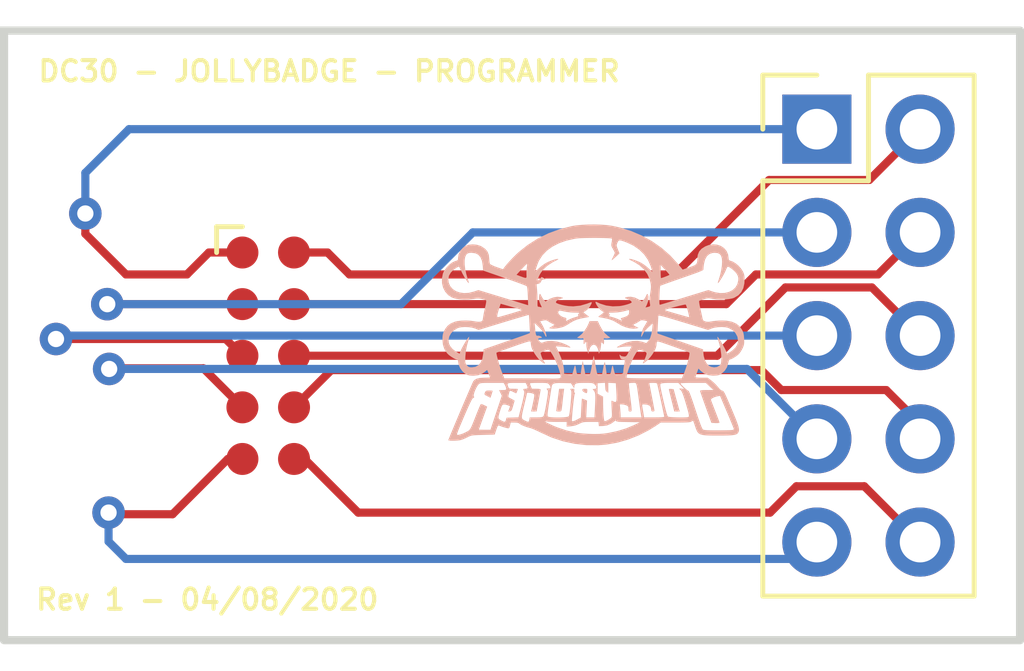
<source format=kicad_pcb>
(kicad_pcb (version 20211014) (generator pcbnew)
  (layers (0 "F.Cu" signal) (31 "B.Cu" signal) (34 "B.Paste" user) (35 "F.Paste" user) (36 "B.SilkS" user "B.Silkscreen") (37 "F.SilkS" user "F.Silkscreen") (38 "B.Mask" user) (39 "F.Mask" user) (44 "Edge.Cuts" user))
  (net 0 "")
  (footprint "Connector_PinHeader_2.54mm:PinHeader_2x05_P2.54mm_Vertical" (layer "F.Cu") (at 120 80.925)
    (fp_text reference " " (at 1.27 -2.33) (layer "F.SilkS"))
    (fp_text value " ")
    (pad "1" thru_hole rect (at 0 0) (size 1.7 1.7) (drill 1) (layers *.Cu *.Mask))
    (pad "2" thru_hole oval (at 2.54 0) (size 1.7 1.7) (drill 1) (layers *.Cu *.Mask))
    (pad "3" thru_hole oval (at 0 2.54) (size 1.7 1.7) (drill 1) (layers *.Cu *.Mask))
    (pad "4" thru_hole oval (at 2.54 2.54) (size 1.7 1.7) (drill 1) (layers *.Cu *.Mask))
    (pad "5" thru_hole oval (at 0 5.08) (size 1.7 1.7) (drill 1) (layers *.Cu *.Mask))
    (pad "6" thru_hole oval (at 2.54 5.08) (size 1.7 1.7) (drill 1) (layers *.Cu *.Mask))
    (pad "7" thru_hole oval (at 0 7.62) (size 1.7 1.7) (drill 1) (layers *.Cu *.Mask))
    (pad "8" thru_hole oval (at 2.54 7.62) (size 1.7 1.7) (drill 1) (layers *.Cu *.Mask))
    (pad "9" thru_hole oval (at 0 10.16) (size 1.7 1.7) (drill 1) (layers *.Cu *.Mask))
    (pad "10" thru_hole oval (at 2.54 10.16) (size 1.7 1.7) (drill 1) (layers *.Cu *.Mask))
  )
  (footprint "Connector:Tag-Connect_TC2050-IDC-FP_2x05_P1.27mm_Vertical" (layer "F.Cu") (at 106.5 86.5 -90)
    (fp_text reference " " (at 0 5 90) (layer "F.SilkS"))
    (fp_text value " ")
    (pad "" np_thru_hole circle (at -3.81 0 270) (size 0.9906 0.9906) (drill 0.9906) (layers *.Cu *.Mask))
    (pad "" np_thru_hole circle (at 3.81 -1.016 270) (size 0.9906 0.9906) (drill 0.9906) (layers *.Cu *.Mask))
    (pad "" np_thru_hole circle (at 1.905 2.54 270) (size 2.3749 2.3749) (drill 2.3749) (layers *.Cu *.Mask))
    (pad "" np_thru_hole circle (at -3.81 2.54 270) (size 2.3749 2.3749) (drill 2.3749) (layers *.Cu *.Mask))
    (pad "" np_thru_hole circle (at -3.81 -2.54 270) (size 2.3749 2.3749) (drill 2.3749) (layers *.Cu *.Mask))
    (pad "" np_thru_hole circle (at 1.905 -2.54 270) (size 2.3749 2.3749) (drill 2.3749) (layers *.Cu *.Mask))
    (pad "" np_thru_hole circle (at 3.81 1.016 270) (size 0.9906 0.9906) (drill 0.9906) (layers *.Cu *.Mask))
    (pad "1" connect circle (at -2.54 0.635 270) (size 0.7874 0.7874) (layers "F.Cu" "F.Mask"))
    (pad "2" connect circle (at -1.27 0.635 270) (size 0.7874 0.7874) (layers "F.Cu" "F.Mask"))
    (pad "3" connect circle (at 0 0.635 270) (size 0.7874 0.7874) (layers "F.Cu" "F.Mask"))
    (pad "4" connect circle (at 1.27 0.635 270) (size 0.7874 0.7874) (layers "F.Cu" "F.Mask"))
    (pad "5" connect circle (at 2.54 0.635 270) (size 0.7874 0.7874) (layers "F.Cu" "F.Mask"))
    (pad "6" connect circle (at 2.54 -0.635 270) (size 0.7874 0.7874) (layers "F.Cu" "F.Mask"))
    (pad "7" connect circle (at 1.27 -0.635 270) (size 0.7874 0.7874) (layers "F.Cu" "F.Mask"))
    (pad "8" connect circle (at 0 -0.635 270) (size 0.7874 0.7874) (layers "F.Cu" "F.Mask"))
    (pad "9" connect circle (at -1.27 -0.635 270) (size 0.7874 0.7874) (layers "F.Cu" "F.Mask"))
    (pad "10" connect circle (at -2.54 -0.635 270) (size 0.7874 0.7874) (layers "F.Cu" "F.Mask"))
  )
  (footprint "Downloads:skull" (layer "B.Cu") (at 114.5 86 180)
    (fp_text reference " " (at 0 4) (layer "B.SilkS") (effects (font (size 1.524 1.524) (thickness 0.3)) (justify mirror)))
    (fp_text value "LOGO" hide)
  )
  (gr_rect (start 100 78.5) (end 125 93.5) (layer "Edge.Cuts") (width 0.2) (fill none))
  (gr_text "Rev 1 - 04/08/2020" (at 105 92.5) (layer "F.SilkS") (effects (font (size 0.5 0.5) (thickness 0.1))))
  (gr_text "DC30 - JOLLYBADGE - PROGRAMMER" (at 108 79.5) (layer "F.SilkS") (effects (font (size 0.5 0.5) (thickness 0.1))))
  (segment (start 105.865 89.04) (end 105.649196 89.04) (width 0.2) (layer "F.Cu") (net 0))
  (segment (start 107.96 83.96) (end 108.5 84.5) (width 0.2) (layer "F.Cu") (net 0))
  (segment (start 105.649196 89.04) (end 105.538361 89.04) (width 0.2) (layer "F.Cu") (net 0))
  (segment (start 121.70591 87.344157) (end 122.54 88.178247) (width 0.2) (layer "F.Cu") (net 0))
  (segment (start 119.496778 89.711699) (end 121.166699 89.711699) (width 0.2) (layer "F.Cu") (net 0))
  (segment (start 107.135 87.77) (end 108.05168 86.85332) (width 0.2) (layer "F.Cu") (net 0))
  (segment (start 104.146603 90.400015) (end 102.674092 90.400015) (width 0.2) (layer "F.Cu") (net 0))
  (segment (start 105.506618 89.04) (end 104.146603 90.400015) (width 0.2) (layer "F.Cu") (net 0))
  (segment (start 105.538285 89.04) (end 105.506618 89.04) (width 0.2) (layer "F.Cu") (net 0))
  (segment (start 117.54677 86.5) (end 119.227609 84.819161) (width 0.2) (layer "F.Cu") (net 0))
  (segment (start 105.601619 89.04) (end 105.538285 89.04) (width 0.2) (layer "F.Cu") (net 0))
  (segment (start 108.714192 90.360872) (end 118.847605 90.360872) (width 0.2) (layer "F.Cu") (net 0))
  (segment (start 122.54 88.178247) (end 122.54 88.545) (width 0.2) (layer "F.Cu") (net 0))
  (segment (start 102.610758 90.400015) (end 102.571174 90.360431) (width 0.2) (layer "F.Cu") (net 0))
  (segment (start 117.77 85.23) (end 118.5 84.5) (width 0.2) (layer "F.Cu") (net 0))
  (segment (start 104.5 84.5) (end 103 84.5) (width 0.2) (layer "F.Cu") (net 0))
  (segment (start 105.865 87.77) (end 104.920026 86.825026) (width 0.2) (layer "F.Cu") (net 0))
  (segment (start 107.39332 89.04) (end 108.714192 90.360872) (width 0.2) (layer "F.Cu") (net 0))
  (segment (start 105.865 83.96) (end 105.04 83.96) (width 0.2) (layer "F.Cu") (net 0))
  (segment (start 121.505 84.5) (end 122.54 83.465) (width 0.2) (layer "F.Cu") (net 0))
  (segment (start 105.865 85.23) (end 102.73 85.23) (width 0.2) (layer "F.Cu") (net 0))
  (segment (start 107.135 85.23) (end 117.77 85.23) (width 0.2) (layer "F.Cu") (net 0))
  (segment (start 121.290027 82.174973) (end 122.54 80.925) (width 0.2) (layer "F.Cu") (net 0))
  (segment (start 103 84.5) (end 102 83.5) (width 0.2) (layer "F.Cu") (net 0))
  (segment (start 102.674092 90.400015) (end 102.610758 90.400015) (width 0.2) (layer "F.Cu") (net 0))
  (segment (start 116.5 84.5) (end 118.825027 82.174973) (width 0.2) (layer "F.Cu") (net 0))
  (segment (start 104.920026 86.825026) (end 104.904193 86.809193) (width 0.2) (layer "F.Cu") (net 0))
  (segment (start 118.847605 90.360872) (end 119.496778 89.711699) (width 0.2) (layer "F.Cu") (net 0))
  (segment (start 102.601595 86.809193) (end 102.585762 86.825026) (width 0.2) (layer "F.Cu") (net 0))
  (segment (start 119.125056 87.344157) (end 121.70591 87.344157) (width 0.2) (layer "F.Cu") (net 0))
  (segment (start 119.227609 84.819161) (end 121.354161 84.819161) (width 0.2) (layer "F.Cu") (net 0))
  (segment (start 107.135 89.04) (end 107.39332 89.04) (width 0.2) (layer "F.Cu") (net 0))
  (segment (start 121.354161 84.819161) (end 122.54 86.005) (width 0.2) (layer "F.Cu") (net 0))
  (segment (start 121.166699 89.711699) (end 122.54 91.085) (width 0.2) (layer "F.Cu") (net 0))
  (segment (start 105.04 83.96) (end 104.5 84.5) (width 0.2) (layer "F.Cu") (net 0))
  (segment (start 102 83.5) (end 102 83) (width 0.2) (layer "F.Cu") (net 0))
  (segment (start 108.05168 86.85332) (end 118.634219 86.85332) (width 0.2) (layer "F.Cu") (net 0))
  (segment (start 102.73 85.23) (end 102.539973 85.23) (width 0.2) (layer "F.Cu") (net 0))
  (segment (start 107.135 83.96) (end 107.96 83.96) (width 0.2) (layer "F.Cu") (net 0))
  (segment (start 102.539973 85.23) (end 102.539142 85.230831) (width 0.2) (layer "F.Cu") (net 0))
  (segment (start 105.865 86.5) (end 105.45333 86.08833) (width 0.2) (layer "F.Cu") (net 0))
  (segment (start 118.825027 82.174973) (end 121.290027 82.174973) (width 0.2) (layer "F.Cu") (net 0))
  (segment (start 107.135 86.5) (end 117.54677 86.5) (width 0.2) (layer "F.Cu") (net 0))
  (segment (start 104.904193 86.809193) (end 102.601595 86.809193) (width 0.2) (layer "F.Cu") (net 0))
  (segment (start 105.865 89.04) (end 105.601619 89.04) (width 0.2) (layer "F.Cu") (net 0))
  (segment (start 105.45333 86.08833) (end 101.277744 86.08833) (width 0.2) (layer "F.Cu") (net 0))
  (segment (start 118.634219 86.85332) (end 119.125056 87.344157) (width 0.2) (layer "F.Cu") (net 0))
  (segment (start 108.5 84.5) (end 116.5 84.5) (width 0.2) (layer "F.Cu") (net 0))
  (segment (start 118.5 84.5) (end 121.505 84.5) (width 0.2) (layer "F.Cu") (net 0))
  (via (at 102.539142 85.230831) (size 0.8) (drill 0.4) (layers "F.Cu" "B.Cu") (net 0))
  (via (at 102.585762 86.825026) (size 0.8) (drill 0.4) (layers "F.Cu" "B.Cu") (net 0))
  (via (at 102.571174 90.360431) (size 0.8) (drill 0.4) (layers "F.Cu" "B.Cu") (net 0))
  (via (at 102 83) (size 0.8) (drill 0.4) (layers "F.Cu" "B.Cu") (net 0))
  (via (at 101.277744 86.08833) (size 0.8) (drill 0.4) (layers "F.Cu" "B.Cu") (net 0))
  (segment (start 111.535 83.465) (end 120 83.465) (width 0.2) (layer "B.Cu") (net 0))
  (segment (start 102.539142 85.230831) (end 109.769169 85.230831) (width 0.2) (layer "B.Cu") (net 0))
  (segment (start 101.361074 86.005) (end 120 86.005) (width 0.2) (layer "B.Cu") (net 0))
  (segment (start 101.277744 86.08833) (end 101.361074 86.005) (width 0.2) (layer "B.Cu") (net 0))
  (segment (start 102 82) (end 103.075 80.925) (width 0.2) (layer "B.Cu") (net 0))
  (segment (start 118.280026 86.825026) (end 120 88.545) (width 0.2) (layer "B.Cu") (net 0))
  (segment (start 102.585762 86.825026) (end 118.280026 86.825026) (width 0.2) (layer "B.Cu") (net 0))
  (segment (start 102.571174 91.071174) (end 103 91.5) (width 0.2) (layer "B.Cu") (net 0))
  (segment (start 103 91.5) (end 119.585 91.5) (width 0.2) (layer "B.Cu") (net 0))
  (segment (start 119.585 91.5) (end 120 91.085) (width 0.2) (layer "B.Cu") (net 0))
  (segment (start 109.769169 85.230831) (end 111.535 83.465) (width 0.2) (layer "B.Cu") (net 0))
  (segment (start 102.571174 90.360431) (end 102.571174 91.071174) (width 0.2) (layer "B.Cu") (net 0))
  (segment (start 102 83) (end 102 82) (width 0.2) (layer "B.Cu") (net 0))
  (segment (start 103.075 80.925) (end 120 80.925) (width 0.2) (layer "B.Cu") (net 0))
)
</source>
